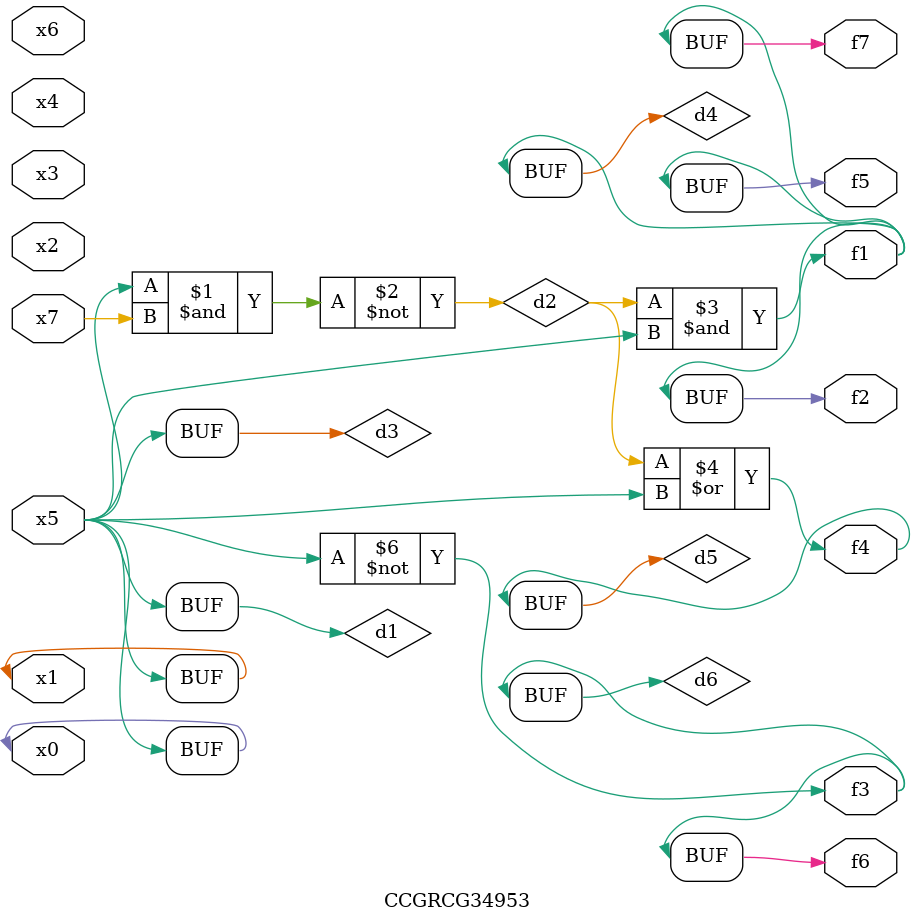
<source format=v>
module CCGRCG34953(
	input x0, x1, x2, x3, x4, x5, x6, x7,
	output f1, f2, f3, f4, f5, f6, f7
);

	wire d1, d2, d3, d4, d5, d6;

	buf (d1, x0, x5);
	nand (d2, x5, x7);
	buf (d3, x0, x1);
	and (d4, d2, d3);
	or (d5, d2, d3);
	nor (d6, d1, d3);
	assign f1 = d4;
	assign f2 = d4;
	assign f3 = d6;
	assign f4 = d5;
	assign f5 = d4;
	assign f6 = d6;
	assign f7 = d4;
endmodule

</source>
